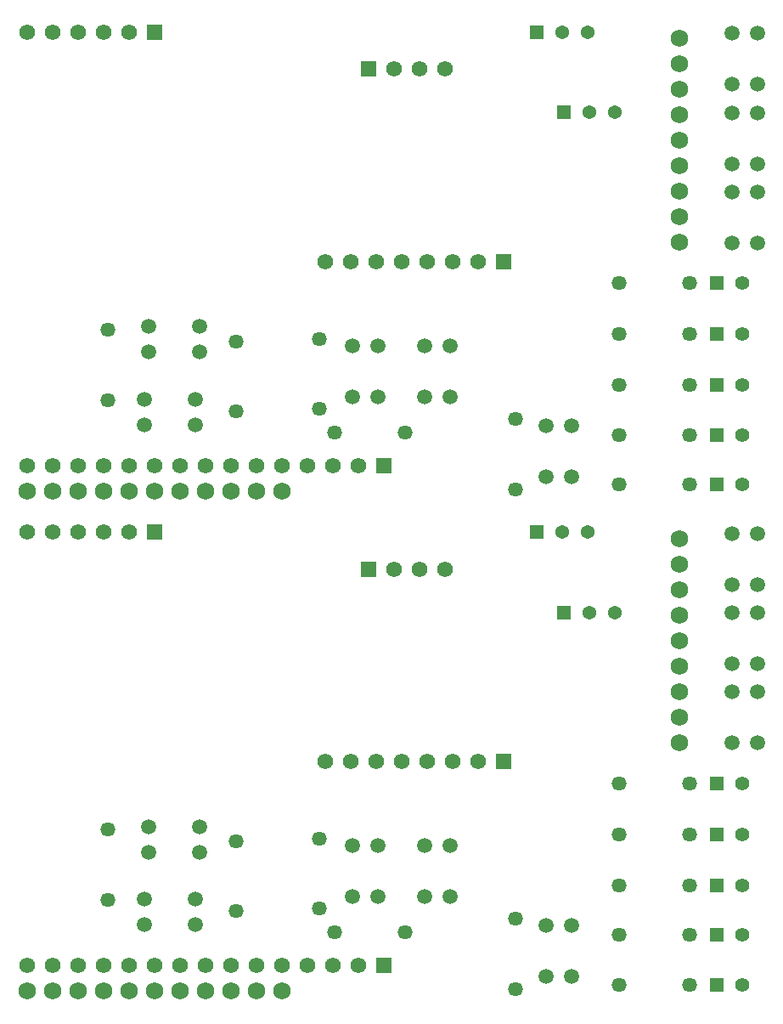
<source format=gts>
G04*
G04 #@! TF.GenerationSoftware,Altium Limited,Altium Designer,24.4.1 (13)*
G04*
G04 Layer_Color=8388736*
%FSTAX25Y25*%
%MOIN*%
G70*
G04*
G04 #@! TF.SameCoordinates,020C5614-C29D-4F9E-ABEE-A2FB782F7328*
G04*
G04*
G04 #@! TF.FilePolarity,Negative*
G04*
G01*
G75*
%ADD17C,0.05937*%
%ADD29R,0.06194X0.06194*%
%ADD30C,0.06194*%
%ADD31C,0.06800*%
%ADD32C,0.05378*%
%ADD33R,0.05378X0.05378*%
%ADD34C,0.05753*%
%ADD35C,0.05556*%
%ADD36R,0.05556X0.05556*%
D17*
X0171Y0045091D02*
D03*
X0161D02*
D03*
X0171Y0065091D02*
D03*
X0161D02*
D03*
X01425Y0045091D02*
D03*
X01325D02*
D03*
X01425Y0065091D02*
D03*
X01325D02*
D03*
X02915Y0136409D02*
D03*
X02815D02*
D03*
X02915Y015641D02*
D03*
X02815D02*
D03*
X02915Y010541D02*
D03*
X02815D02*
D03*
X02915Y0125409D02*
D03*
X02815D02*
D03*
X02915Y01675D02*
D03*
X02815D02*
D03*
X02915Y01875D02*
D03*
X02815D02*
D03*
X02085Y0033591D02*
D03*
X02185D02*
D03*
X02085Y0013591D02*
D03*
X02185D02*
D03*
X0072591Y00725D02*
D03*
Y00625D02*
D03*
X0052591Y00725D02*
D03*
Y00625D02*
D03*
X0051Y0034D02*
D03*
Y0044D02*
D03*
X0071Y0034D02*
D03*
Y0044D02*
D03*
X0171Y0241154D02*
D03*
X0161D02*
D03*
X0171Y0261154D02*
D03*
X0161D02*
D03*
X01425Y0241154D02*
D03*
X01325D02*
D03*
X01425Y0261154D02*
D03*
X01325D02*
D03*
X02915Y0332472D02*
D03*
X02815D02*
D03*
X02915Y0352472D02*
D03*
X02815D02*
D03*
X02915Y0301472D02*
D03*
X02815D02*
D03*
X02915Y0321473D02*
D03*
X02815D02*
D03*
X02915Y0363563D02*
D03*
X02815D02*
D03*
X02915Y0383563D02*
D03*
X02815D02*
D03*
X02085Y0229654D02*
D03*
X02185D02*
D03*
X02085Y0209654D02*
D03*
X02185D02*
D03*
X0072591Y0268563D02*
D03*
Y0258563D02*
D03*
X0052591Y0268563D02*
D03*
Y0258563D02*
D03*
X0051Y0230063D02*
D03*
Y0240063D02*
D03*
X0071Y0230063D02*
D03*
Y0240063D02*
D03*
D29*
X0192Y0098D02*
D03*
X0139Y01735D02*
D03*
X0055Y0188D02*
D03*
X0145Y0018D02*
D03*
X0192Y0294063D02*
D03*
X0139Y0369563D02*
D03*
X0055Y0384063D02*
D03*
X0145Y0214063D02*
D03*
D30*
X0182Y0098D02*
D03*
X0172D02*
D03*
X0162D02*
D03*
X0152D02*
D03*
X0142D02*
D03*
X0132D02*
D03*
X0122D02*
D03*
X0149Y01735D02*
D03*
X0159D02*
D03*
X0169D02*
D03*
X0045Y0188D02*
D03*
X0035D02*
D03*
X0025D02*
D03*
X0015D02*
D03*
X0005D02*
D03*
X0135Y0018D02*
D03*
X0125D02*
D03*
X0115D02*
D03*
X0105D02*
D03*
X0095D02*
D03*
X0085D02*
D03*
X0075D02*
D03*
X0065D02*
D03*
X0055D02*
D03*
X0045D02*
D03*
X0035D02*
D03*
X0025D02*
D03*
X0015D02*
D03*
X0005D02*
D03*
X0182Y0294063D02*
D03*
X0172D02*
D03*
X0162D02*
D03*
X0152D02*
D03*
X0142D02*
D03*
X0132D02*
D03*
X0122D02*
D03*
X0149Y0369563D02*
D03*
X0159D02*
D03*
X0169D02*
D03*
X0045Y0384063D02*
D03*
X0035D02*
D03*
X0025D02*
D03*
X0015D02*
D03*
X0005D02*
D03*
X0135Y0214063D02*
D03*
X0125D02*
D03*
X0115D02*
D03*
X0105D02*
D03*
X0095D02*
D03*
X0085D02*
D03*
X0075D02*
D03*
X0065D02*
D03*
X0055D02*
D03*
X0045D02*
D03*
X0035D02*
D03*
X0025D02*
D03*
X0015D02*
D03*
X0005D02*
D03*
D31*
X0261Y01855D02*
D03*
Y01755D02*
D03*
Y01655D02*
D03*
Y01555D02*
D03*
Y01255D02*
D03*
Y01155D02*
D03*
Y01055D02*
D03*
Y01455D02*
D03*
Y01355D02*
D03*
X0055Y0008D02*
D03*
X0045D02*
D03*
X0085D02*
D03*
X0075D02*
D03*
X0065D02*
D03*
X0035D02*
D03*
X0025D02*
D03*
X0015D02*
D03*
X0005D02*
D03*
X0105D02*
D03*
X0095D02*
D03*
X0261Y0381563D02*
D03*
Y0371563D02*
D03*
Y0361563D02*
D03*
Y0351563D02*
D03*
Y0321563D02*
D03*
Y0311563D02*
D03*
Y0301563D02*
D03*
Y0341563D02*
D03*
Y0331563D02*
D03*
X0055Y0204063D02*
D03*
X0045D02*
D03*
X0085D02*
D03*
X0075D02*
D03*
X0065D02*
D03*
X0035D02*
D03*
X0025D02*
D03*
X0015D02*
D03*
X0005D02*
D03*
X0105D02*
D03*
X0095D02*
D03*
D32*
X0225Y0188D02*
D03*
X0215D02*
D03*
X02255Y01565D02*
D03*
X02355D02*
D03*
X0225Y0384063D02*
D03*
X0215D02*
D03*
X02255Y0352563D02*
D03*
X02355D02*
D03*
D33*
X0205Y0188D02*
D03*
X02155Y01565D02*
D03*
X0205Y0384063D02*
D03*
X02155Y0352563D02*
D03*
D34*
X0237221Y003D02*
D03*
X0264779D02*
D03*
X0237221Y00695D02*
D03*
X0264779D02*
D03*
X0237221Y00495D02*
D03*
X0264779D02*
D03*
X0237221Y00895D02*
D03*
X0264779D02*
D03*
Y00105D02*
D03*
X0237221D02*
D03*
X0087Y006678D02*
D03*
Y003922D02*
D03*
X0153279Y0031D02*
D03*
X0125721D02*
D03*
X01195Y006778D02*
D03*
Y004022D02*
D03*
X00365Y007128D02*
D03*
Y004372D02*
D03*
X01965Y0008721D02*
D03*
Y003628D02*
D03*
X0237221Y0226063D02*
D03*
X0264779D02*
D03*
X0237221Y0265563D02*
D03*
X0264779D02*
D03*
X0237221Y0245563D02*
D03*
X0264779D02*
D03*
X0237221Y0285563D02*
D03*
X0264779D02*
D03*
Y0206563D02*
D03*
X0237221D02*
D03*
X0087Y0262842D02*
D03*
Y0235283D02*
D03*
X0153279Y0227063D02*
D03*
X0125721D02*
D03*
X01195Y0263843D02*
D03*
Y0236283D02*
D03*
X00365Y0267342D02*
D03*
Y0239784D02*
D03*
X01965Y0204784D02*
D03*
Y0232343D02*
D03*
D35*
X02855Y00105D02*
D03*
X0285482Y003D02*
D03*
X0285579Y00495D02*
D03*
X028556Y00695D02*
D03*
X02855Y00895D02*
D03*
Y0206563D02*
D03*
X0285482Y0226063D02*
D03*
X0285579Y0245563D02*
D03*
X028556Y0265563D02*
D03*
X02855Y0285563D02*
D03*
D36*
X02755Y00105D02*
D03*
X0275482Y003D02*
D03*
X0275579Y00495D02*
D03*
X027556Y00695D02*
D03*
X02755Y00895D02*
D03*
Y0206563D02*
D03*
X0275482Y0226063D02*
D03*
X0275579Y0245563D02*
D03*
X027556Y0265563D02*
D03*
X02755Y0285563D02*
D03*
M02*

</source>
